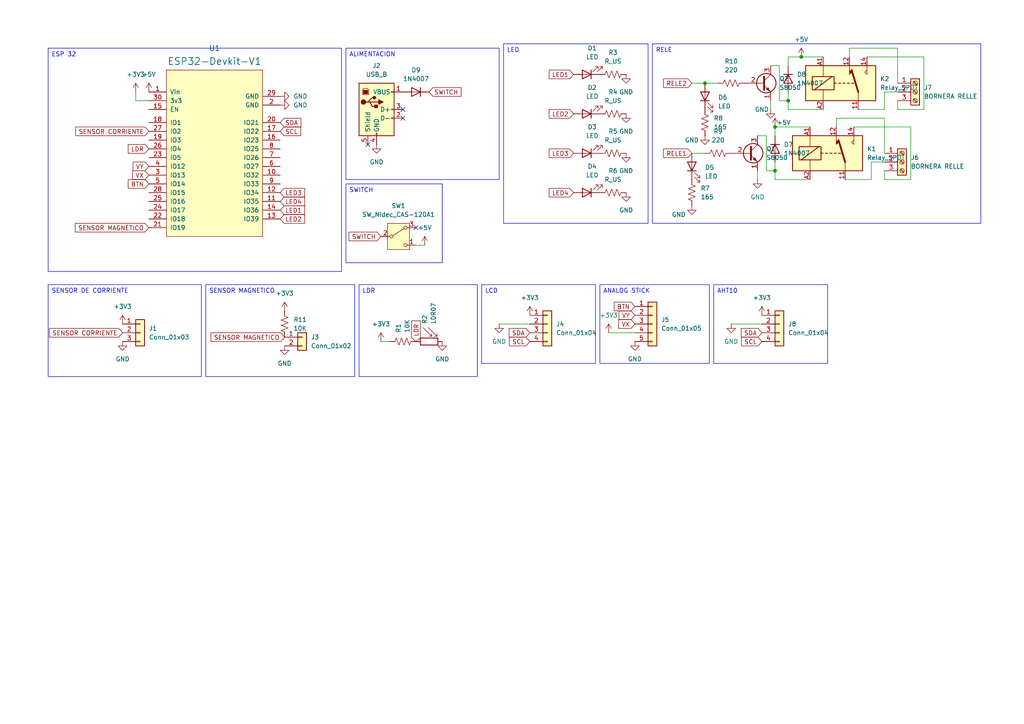
<source format=kicad_sch>
(kicad_sch (version 20231120) (generator "eeschema") (generator_version "8.0")
  (paper "A4")
  (lib_symbols
    (symbol "Connector:Screw_Terminal_01x03" (pin_names (offset 1.016) hide)
      (property "Reference" "J" (at 0 5.08 0))
      (property "Value" "Screw_Terminal_01x03" (at 0 -5.08 0))
      (symbol "Screw_Terminal_01x03_1_1"
        (rectangle (start -1.27 3.81) (end 1.27 -3.81) (stroke (width 0.254)) (fill (type background)))
        (circle (center 0 -2.54) (radius 0.635) (stroke (width 0.1524)))
        (polyline (pts (xy -0.5334 -2.2098) (xy 0.3302 -3.048)) (stroke (width 0.1524)))
        (polyline (pts (xy -0.5334 0.3302) (xy 0.3302 -0.508)) (stroke (width 0.1524)))
        (polyline (pts (xy -0.5334 2.8702) (xy 0.3302 2.032)) (stroke (width 0.1524)))
        (polyline (pts (xy -0.3556 -2.032) (xy 0.508 -2.8702)) (stroke (width 0.1524)))
        (polyline (pts (xy -0.3556 0.508) (xy 0.508 -0.3302)) (stroke (width 0.1524)))
        (polyline (pts (xy -0.3556 3.048) (xy 0.508 2.2098)) (stroke (width 0.1524)))
        (circle (center 0 0) (radius 0.635) (stroke (width 0.1524)))
        (circle (center 0 2.54) (radius 0.635) (stroke (width 0.1524)))
        (pin passive line (at -5.08 2.54 0) (length 3.81) (name "Pin_1") (number "1"))
        (pin passive line (at -5.08 0 0) (length 3.81) (name "Pin_2") (number "2"))
        (pin passive line (at -5.08 -2.54 0) (length 3.81) (name "Pin_3") (number "3"))
      )
    )
    (symbol "Connector:USB_B" (pin_names (offset 1.016))
      (property "Reference" "J" (at -5.08 11.43 0))
      (property "Value" "USB_B" (at -5.08 8.89 0))
      (symbol "USB_B_0_1"
        (rectangle (start -5.08 -7.62) (end 5.08 7.62) (stroke (width 0.254)) (fill (type background)))
        (circle (center -3.81 2.159) (radius 0.635) (stroke (width 0.254)) (fill (type outline)))
        (rectangle (start -3.81 5.588) (end -2.54 4.572) (fill (type outline)))
        (circle (center -0.635 3.429) (radius 0.381) (stroke (width 0.254)) (fill (type outline)))
        (rectangle (start -0.127 -7.62) (end 0.127 -6.858))
        (polyline (pts (xy -1.905 2.159) (xy 0.635 2.159)) (stroke (width 0.254)))
        (polyline (pts (xy -3.175 2.159) (xy -2.54 2.159) (xy -1.27 3.429) (xy -0.635 3.429)) (stroke (width 0.254)))
        (polyline (pts (xy -2.54 2.159) (xy -1.905 2.159) (xy -1.27 0.889) (xy 0 0.889)) (stroke (width 0.254)))
        (polyline (pts (xy 0.635 2.794) (xy 0.635 1.524) (xy 1.905 2.159) (xy 0.635 2.794)) (stroke (width 0.254)) (fill (type outline)))
        (polyline (pts (xy -4.064 4.318) (xy -2.286 4.318) (xy -2.286 5.715) (xy -2.667 6.096) (xy -3.683 6.096) (xy -4.064 5.715) (xy -4.064 4.318)))
        (rectangle (start 0.254 1.27) (end -0.508 0.508) (stroke (width 0.254)) (fill (type outline)))
        (rectangle (start 5.08 -2.667) (end 4.318 -2.413))
        (rectangle (start 5.08 -0.127) (end 4.318 0.127))
        (rectangle (start 5.08 4.953) (end 4.318 5.207))
      )
      (symbol "USB_B_1_1"
        (pin power_out line (at 7.62 5.08 180) (length 2.54) (name "VBUS") (number "1"))
        (pin bidirectional line (at 7.62 -2.54 180) (length 2.54) (name "D-") (number "2"))
        (pin bidirectional line (at 7.62 0 180) (length 2.54) (name "D+") (number "3"))
        (pin power_out line (at 0 -10.16 90) (length 2.54) (name "GND") (number "4"))
        (pin passive line (at -2.54 -10.16 90) (length 2.54) (name "Shield") (number "5"))
      )
    )
    (symbol "Connector_Generic:Conn_01x02" (pin_names (offset 1.016) hide)
      (property "Reference" "J" (at 0 2.54 0))
      (property "Value" "Conn_01x02" (at 0 -5.08 0))
      (symbol "Conn_01x02_1_1"
        (rectangle (start -1.27 -2.413) (end 0 -2.667) (stroke (width 0.1524)))
        (rectangle (start -1.27 0.127) (end 0 -0.127) (stroke (width 0.1524)))
        (rectangle (start -1.27 1.27) (end 1.27 -3.81) (stroke (width 0.254)) (fill (type background)))
        (pin passive line (at -5.08 0 0) (length 3.81) (name "Pin_1") (number "1"))
        (pin passive line (at -5.08 -2.54 0) (length 3.81) (name "Pin_2") (number "2"))
      )
    )
    (symbol "Connector_Generic:Conn_01x03" (pin_names (offset 1.016) hide)
      (property "Reference" "J" (at 0 5.08 0))
      (property "Value" "Conn_01x03" (at 0 -5.08 0))
      (symbol "Conn_01x03_1_1"
        (rectangle (start -1.27 -2.413) (end 0 -2.667) (stroke (width 0.1524)))
        (rectangle (start -1.27 0.127) (end 0 -0.127) (stroke (width 0.1524)))
        (rectangle (start -1.27 2.667) (end 0 2.413) (stroke (width 0.1524)))
        (rectangle (start -1.27 3.81) (end 1.27 -3.81) (stroke (width 0.254)) (fill (type background)))
        (pin passive line (at -5.08 2.54 0) (length 3.81) (name "Pin_1") (number "1"))
        (pin passive line (at -5.08 0 0) (length 3.81) (name "Pin_2") (number "2"))
        (pin passive line (at -5.08 -2.54 0) (length 3.81) (name "Pin_3") (number "3"))
      )
    )
    (symbol "Connector_Generic:Conn_01x04" (pin_names (offset 1.016) hide)
      (property "Reference" "J" (at 0 5.08 0))
      (property "Value" "Conn_01x04" (at 0 -7.62 0))
      (symbol "Conn_01x04_1_1"
        (rectangle (start -1.27 -4.953) (end 0 -5.207) (stroke (width 0.1524)))
        (rectangle (start -1.27 -2.413) (end 0 -2.667) (stroke (width 0.1524)))
        (rectangle (start -1.27 0.127) (end 0 -0.127) (stroke (width 0.1524)))
        (rectangle (start -1.27 2.667) (end 0 2.413) (stroke (width 0.1524)))
        (rectangle (start -1.27 3.81) (end 1.27 -6.35) (stroke (width 0.254)) (fill (type background)))
        (pin passive line (at -5.08 2.54 0) (length 3.81) (name "Pin_1") (number "1"))
        (pin passive line (at -5.08 0 0) (length 3.81) (name "Pin_2") (number "2"))
        (pin passive line (at -5.08 -2.54 0) (length 3.81) (name "Pin_3") (number "3"))
        (pin passive line (at -5.08 -5.08 0) (length 3.81) (name "Pin_4") (number "4"))
      )
    )
    (symbol "Connector_Generic:Conn_01x05" (pin_names (offset 1.016) hide)
      (property "Reference" "J" (at 0 7.62 0))
      (property "Value" "Conn_01x05" (at 0 -7.62 0))
      (symbol "Conn_01x05_1_1"
        (rectangle (start -1.27 -4.953) (end 0 -5.207) (stroke (width 0.1524)))
        (rectangle (start -1.27 -2.413) (end 0 -2.667) (stroke (width 0.1524)))
        (rectangle (start -1.27 0.127) (end 0 -0.127) (stroke (width 0.1524)))
        (rectangle (start -1.27 2.667) (end 0 2.413) (stroke (width 0.1524)))
        (rectangle (start -1.27 5.207) (end 0 4.953) (stroke (width 0.1524)))
        (rectangle (start -1.27 6.35) (end 1.27 -6.35) (stroke (width 0.254)) (fill (type background)))
        (pin passive line (at -5.08 5.08 0) (length 3.81) (name "Pin_1") (number "1"))
        (pin passive line (at -5.08 2.54 0) (length 3.81) (name "Pin_2") (number "2"))
        (pin passive line (at -5.08 0 0) (length 3.81) (name "Pin_3") (number "3"))
        (pin passive line (at -5.08 -2.54 0) (length 3.81) (name "Pin_4") (number "4"))
        (pin passive line (at -5.08 -5.08 0) (length 3.81) (name "Pin_5") (number "5"))
      )
    )
    (symbol "Device:LED" (pin_numbers hide) (pin_names (offset 1.016) hide)
      (property "Reference" "D" (at 0 2.54 0))
      (property "Value" "LED" (at 0 -2.54 0))
      (symbol "LED_0_1"
        (polyline (pts (xy -1.27 -1.27) (xy -1.27 1.27)) (stroke (width 0.254)))
        (polyline (pts (xy -1.27 0) (xy 1.27 0)))
        (polyline (pts (xy 1.27 -1.27) (xy 1.27 1.27) (xy -1.27 0) (xy 1.27 -1.27)) (stroke (width 0.254)))
        (polyline (pts (xy -3.048 -0.762) (xy -4.572 -2.286) (xy -3.81 -2.286) (xy -4.572 -2.286) (xy -4.572 -1.524)))
        (polyline (pts (xy -1.778 -0.762) (xy -3.302 -2.286) (xy -2.54 -2.286) (xy -3.302 -2.286) (xy -3.302 -1.524)))
      )
      (symbol "LED_1_1"
        (pin passive line (at -3.81 0 0) (length 2.54) (name "K") (number "1"))
        (pin passive line (at 3.81 0 180) (length 2.54) (name "A") (number "2"))
      )
    )
    (symbol "Device:R_US" (pin_numbers hide) (pin_names (offset 0))
      (property "Reference" "R" (at 2.54 0 90))
      (property "Value" "R_US" (at -2.54 0 90))
      (symbol "R_US_0_1"
        (polyline (pts (xy 0 -2.286) (xy 0 -2.54)))
        (polyline (pts (xy 0 2.286) (xy 0 2.54)))
        (polyline (pts (xy 0 -0.762) (xy 1.016 -1.143) (xy 0 -1.524) (xy -1.016 -1.905) (xy 0 -2.286)))
        (polyline (pts (xy 0 0.762) (xy 1.016 0.381) (xy 0 0) (xy -1.016 -0.381) (xy 0 -0.762)))
        (polyline (pts (xy 0 2.286) (xy 1.016 1.905) (xy 0 1.524) (xy -1.016 1.143) (xy 0 0.762)))
      )
      (symbol "R_US_1_1"
        (pin passive line (at 0 3.81 270) (length 1.27) (name "~") (number "1"))
        (pin passive line (at 0 -3.81 90) (length 1.27) (name "~") (number "2"))
      )
    )
    (symbol "Diode:1N4007" (pin_numbers hide) (pin_names hide)
      (property "Reference" "D" (at 0 2.54 0))
      (property "Value" "1N4007" (at 0 -2.54 0))
      (symbol "1N4007_0_1"
        (polyline (pts (xy -1.27 1.27) (xy -1.27 -1.27)) (stroke (width 0.254)))
        (polyline (pts (xy 1.27 0) (xy -1.27 0)))
        (polyline (pts (xy 1.27 1.27) (xy 1.27 -1.27) (xy -1.27 0) (xy 1.27 1.27)) (stroke (width 0.254)))
      )
      (symbol "1N4007_1_1"
        (pin passive line (at -3.81 0 0) (length 2.54) (name "K") (number "1"))
        (pin passive line (at 3.81 0 180) (length 2.54) (name "A") (number "2"))
      )
    )
    (symbol "Relay:Relay_SPDT"
      (property "Reference" "K" (at 11.43 3.81 0))
      (property "Value" "Relay_SPDT" (at 11.43 1.27 0))
      (symbol "Relay_SPDT_0_0"
        (polyline (pts (xy 7.62 5.08) (xy 7.62 2.54) (xy 6.985 3.175) (xy 7.62 3.81)))
      )
      (symbol "Relay_SPDT_0_1"
        (rectangle (start -10.16 5.08) (end 10.16 -5.08) (stroke (width 0.254)) (fill (type background)))
        (rectangle (start -8.255 1.905) (end -1.905 -1.905) (stroke (width 0.254)))
        (polyline (pts (xy -7.62 -1.905) (xy -2.54 1.905)) (stroke (width 0.254)))
        (polyline (pts (xy -5.08 -5.08) (xy -5.08 -1.905)))
        (polyline (pts (xy -5.08 5.08) (xy -5.08 1.905)))
        (polyline (pts (xy -1.905 0) (xy -1.27 0)) (stroke (width 0.254)))
        (polyline (pts (xy -0.635 0) (xy 0 0)) (stroke (width 0.254)))
        (polyline (pts (xy 0.635 0) (xy 1.27 0)) (stroke (width 0.254)))
        (polyline (pts (xy 1.905 0) (xy 2.54 0)) (stroke (width 0.254)))
        (polyline (pts (xy 3.175 0) (xy 3.81 0)) (stroke (width 0.254)))
        (polyline (pts (xy 5.08 -2.54) (xy 3.175 3.81)) (stroke (width 0.508)))
        (polyline (pts (xy 5.08 -2.54) (xy 5.08 -5.08)))
        (polyline (pts (xy 2.54 5.08) (xy 2.54 2.54) (xy 3.175 3.175) (xy 2.54 3.81)) (fill (type outline)))
      )
      (symbol "Relay_SPDT_1_1"
        (pin passive line (at 5.08 -7.62 90) (length 2.54) (name "~") (number "11"))
        (pin passive line (at 2.54 7.62 270) (length 2.54) (name "~") (number "12"))
        (pin passive line (at 7.62 7.62 270) (length 2.54) (name "~") (number "14"))
        (pin passive line (at -5.08 7.62 270) (length 2.54) (name "~") (number "A1"))
        (pin passive line (at -5.08 -7.62 90) (length 2.54) (name "~") (number "A2"))
      )
    )
    (symbol "Sensor_Optical:LDR07" (pin_numbers hide) (pin_names (offset 0))
      (property "Reference" "R" (at -5.08 0 90))
      (property "Value" "LDR07" (at 1.905 0 90))
      (symbol "LDR07_0_1"
        (rectangle (start -1.016 2.54) (end 1.016 -2.54) (stroke (width 0.254)))
        (polyline (pts (xy -1.524 -2.286) (xy -4.064 0.254)))
        (polyline (pts (xy -1.524 -2.286) (xy -2.286 -2.286)))
        (polyline (pts (xy -1.524 -2.286) (xy -1.524 -1.524)))
        (polyline (pts (xy -1.524 -0.762) (xy -4.064 1.778)))
        (polyline (pts (xy -1.524 -0.762) (xy -2.286 -0.762)))
        (polyline (pts (xy -1.524 -0.762) (xy -1.524 0)))
      )
      (symbol "LDR07_1_1"
        (pin passive line (at 0 3.81 270) (length 1.27) (name "~") (number "1"))
        (pin passive line (at 0 -3.81 90) (length 1.27) (name "~") (number "2"))
      )
    )
    (symbol "Switch:SW_Nidec_CAS-120A1" (pin_names (offset 1) hide)
      (property "Reference" "SW" (at 0 4.318 0))
      (property "Value" "SW_Nidec_CAS-120A1" (at 0 -5.08 0))
      (symbol "SW_Nidec_CAS-120A1_0_1"
        (circle (center -2.032 0) (radius 0.4572))
        (polyline (pts (xy -1.651 0.254) (xy 1.651 2.286)))
        (circle (center 2.032 -2.54) (radius 0.4572))
        (circle (center 2.032 2.54) (radius 0.4572))
      )
      (symbol "SW_Nidec_CAS-120A1_1_1"
        (rectangle (start -3.175 3.81) (end 3.175 -3.81) (fill (type background)))
        (pin passive line (at 5.08 -2.54 180) (length 2.54) (name "C") (number "1"))
        (pin passive line (at -5.08 0 0) (length 2.54) (name "B") (number "2"))
        (pin passive line (at 5.08 2.54 180) (length 2.54) (name "A") (number "3"))
      )
    )
    (symbol "Transistor_BJT:S8050" (pin_names (offset 0) hide)
      (property "Reference" "Q" (at 5.08 1.905 0))
      (property "Value" "S8050" (at 5.08 0 0))
      (symbol "S8050_0_1"
        (polyline (pts (xy 0 0) (xy 0.635 0)))
        (polyline (pts (xy 0.635 0.635) (xy 2.54 2.54)))
        (polyline (pts (xy 0.635 -0.635) (xy 2.54 -2.54) (xy 2.54 -2.54)))
        (polyline (pts (xy 0.635 1.905) (xy 0.635 -1.905) (xy 0.635 -1.905)) (stroke (width 0.508)))
        (polyline (pts (xy 1.27 -1.778) (xy 1.778 -1.27) (xy 2.286 -2.286) (xy 1.27 -1.778) (xy 1.27 -1.778)) (fill (type outline)))
        (circle (center 1.27 0) (radius 2.8194) (stroke (width 0.254)))
      )
      (symbol "S8050_1_1"
        (pin passive line (at 2.54 -5.08 90) (length 2.54) (name "E") (number "1"))
        (pin input line (at -5.08 0 0) (length 5.08) (name "B") (number "2"))
        (pin passive line (at 2.54 5.08 270) (length 2.54) (name "C") (number "3"))
      )
    )
    (symbol "esp32-devkit-v1:ESP32-Devkit-V1" (pin_names (offset 1.016))
      (property "Reference" "U" (at 13.97 -21.59 0))
      (property "Value" "ESP32-Devkit-V1" (at 13.97 -2.54 0))
      (symbol "ESP32-Devkit-V1_0_1"
        (rectangle (start 0 0) (end 27.94 -48.26) (fill (type background)))
      )
      (symbol "ESP32-Devkit-V1_1_1"
        (pin power_in line (at -5.08 -6.35 0) (length 5.08) (name "Vin") (number "1"))
        (pin bidirectional line (at 33.02 -30.48 180) (length 5.08) (name "IO32") (number "10"))
        (pin bidirectional line (at 33.02 -38.1 180) (length 5.08) (name "IO35") (number "11"))
        (pin bidirectional line (at 33.02 -35.56 180) (length 5.08) (name "IO34") (number "12"))
        (pin bidirectional line (at 33.02 -43.18 180) (length 5.08) (name "IO39") (number "13"))
        (pin bidirectional line (at 33.02 -40.64 180) (length 5.08) (name "IO36") (number "14"))
        (pin input line (at -5.08 -11.43 0) (length 5.08) (name "EN") (number "15"))
        (pin bidirectional line (at 33.02 -20.32 180) (length 5.08) (name "IO23") (number "16"))
        (pin bidirectional line (at 33.02 -17.78 180) (length 5.08) (name "IO22") (number "17"))
        (pin bidirectional line (at -5.08 -15.24 0) (length 5.08) (name "IO1") (number "18"))
        (pin bidirectional line (at -5.08 -20.32 0) (length 5.08) (name "IO3") (number "19"))
        (pin power_out line (at 33.02 -10.16 180) (length 5.08) (name "GND") (number "2"))
        (pin bidirectional line (at 33.02 -15.24 180) (length 5.08) (name "IO21") (number "20"))
        (pin bidirectional line (at -5.08 -45.72 0) (length 5.08) (name "IO19") (number "21"))
        (pin bidirectional line (at -5.08 -43.18 0) (length 5.08) (name "IO18") (number "22"))
        (pin bidirectional line (at -5.08 -25.4 0) (length 5.08) (name "IO5") (number "23"))
        (pin bidirectional line (at -5.08 -40.64 0) (length 5.08) (name "IO17") (number "24"))
        (pin bidirectional line (at -5.08 -38.1 0) (length 5.08) (name "IO16") (number "25"))
        (pin bidirectional line (at -5.08 -22.86 0) (length 5.08) (name "IO4") (number "26"))
        (pin bidirectional line (at -5.08 -17.78 0) (length 5.08) (name "IO2") (number "27"))
        (pin bidirectional line (at -5.08 -35.56 0) (length 5.08) (name "IO15") (number "28"))
        (pin power_out line (at 33.02 -7.62 180) (length 5.08) (name "GND") (number "29"))
        (pin bidirectional line (at -5.08 -30.48 0) (length 5.08) (name "IO13") (number "3"))
        (pin power_out line (at -5.08 -8.89 0) (length 5.08) (name "3v3") (number "30"))
        (pin bidirectional line (at -5.08 -27.94 0) (length 5.08) (name "IO12") (number "4"))
        (pin bidirectional line (at -5.08 -33.02 0) (length 5.08) (name "IO14") (number "5"))
        (pin bidirectional line (at 33.02 -27.94 180) (length 5.08) (name "IO27") (number "6"))
        (pin bidirectional line (at 33.02 -25.4 180) (length 5.08) (name "IO26") (number "7"))
        (pin bidirectional line (at 33.02 -22.86 180) (length 5.08) (name "IO25") (number "8"))
        (pin bidirectional line (at 33.02 -33.02 180) (length 5.08) (name "IO33") (number "9"))
      )
    )
    (symbol "power:+3V3" (power) (pin_numbers hide) (pin_names (offset 0) hide)
      (property "Value" "+3V3" (at 0 3.556 0))
      (symbol "+3V3_0_1"
        (polyline (pts (xy -0.762 1.27) (xy 0 2.54)))
        (polyline (pts (xy 0 0) (xy 0 2.54)))
        (polyline (pts (xy 0 2.54) (xy 0.762 1.27)))
      )
      (symbol "+3V3_1_1"
        (pin power_in line (at 0 0 90) (length 0) (name "~") (number "1"))
      )
    )
    (symbol "power:+5V" (power) (pin_numbers hide) (pin_names (offset 0) hide)
      (property "Value" "+5V" (at 0 3.556 0))
      (symbol "+5V_0_1"
        (polyline (pts (xy -0.762 1.27) (xy 0 2.54)))
        (polyline (pts (xy 0 0) (xy 0 2.54)))
        (polyline (pts (xy 0 2.54) (xy 0.762 1.27)))
      )
      (symbol "+5V_1_1"
        (pin power_in line (at 0 0 90) (length 0) (name "~") (number "1"))
      )
    )
    (symbol "power:GND" (power) (pin_numbers hide) (pin_names (offset 0) hide)
      (property "Value" "GND" (at 0 -3.81 0))
      (symbol "GND_0_1"
        (polyline (pts (xy 0 0) (xy 0 -1.27) (xy 1.27 -1.27) (xy 0 -2.54) (xy -1.27 -1.27) (xy 0 -1.27)))
      )
      (symbol "GND_1_1"
        (pin power_in line (at 0 0 270) (length 0) (name "~") (number "1"))
      )
    )
    (symbol "power:VCC" (power) (pin_numbers hide) (pin_names (offset 0) hide)
      (property "Value" "VCC" (at 0 3.556 0))
      (symbol "VCC_0_1"
        (polyline (pts (xy -0.762 1.27) (xy 0 2.54)))
        (polyline (pts (xy 0 0) (xy 0 2.54)))
        (polyline (pts (xy 0 2.54) (xy 0.762 1.27)))
      )
      (symbol "VCC_1_1"
        (pin power_in line (at 0 0 90) (length 0) (name "~") (number "1"))
      )
    )
  )
  (junction (at 204.47 24.13))
  (junction (at 232.41 16.51))
  (junction (at 224.79 36.83))
  (junction (at 224.79 49.53))
  (junction (at 228.6 29.21))
  (no_connect (at 106.68 41.91))
  (no_connect (at 120.65 66.04))
  (no_connect (at 116.84 31.75))
  (no_connect (at 116.84 34.29))
  (wire (pts (xy 176.53 96.52) (xy 184.15 96.52)))
  (wire (pts (xy 242.57 34.29) (xy 242.57 36.83)))
  (wire (pts (xy 256.54 52.07) (xy 264.16 52.07)))
  (wire (pts (xy 256.54 31.75) (xy 256.54 26.67)))
  (wire (pts (xy 223.52 31.75) (xy 223.52 29.21)))
  (wire (pts (xy 252.73 52.07) (xy 252.73 46.99)))
  (wire (pts (xy 260.35 31.75) (xy 260.35 29.21)))
  (wire (pts (xy 222.25 49.53) (xy 224.79 49.53)))
  (wire (pts (xy 248.92 31.75) (xy 256.54 31.75)))
  (wire (pts (xy 228.6 26.67) (xy 228.6 29.21)))
  (wire (pts (xy 219.71 39.37) (xy 222.25 39.37)))
  (wire (pts (xy 219.71 52.07) (xy 219.71 49.53)))
  (wire (pts (xy 267.97 16.51) (xy 251.46 16.51)))
  (wire (pts (xy 260.35 13.97) (xy 246.38 13.97)))
  (wire (pts (xy 224.79 46.99) (xy 224.79 49.53)))
  (wire (pts (xy 110.49 99.06) (xy 113.03 99.06)))
  (wire (pts (xy 256.54 34.29) (xy 256.54 44.45)))
  (wire (pts (xy 260.35 13.97) (xy 260.35 24.13)))
  (wire (pts (xy 204.47 24.13) (xy 208.28 24.13)))
  (wire (pts (xy 226.06 29.21) (xy 228.6 29.21)))
  (wire (pts (xy 200.66 44.45) (xy 204.47 44.45)))
  (wire (pts (xy 224.79 52.07) (xy 234.95 52.07)))
  (wire (pts (xy 144.78 93.98) (xy 153.67 93.98)))
  (wire (pts (xy 228.6 31.75) (xy 238.76 31.75)))
  (wire (pts (xy 204.47 24.13) (xy 200.66 24.13)))
  (wire (pts (xy 212.09 93.98) (xy 220.98 93.98)))
  (wire (pts (xy 245.11 52.07) (xy 252.73 52.07)))
  (wire (pts (xy 228.6 16.51) (xy 232.41 16.51)))
  (wire (pts (xy 39.37 29.21) (xy 39.37 26.67)))
  (wire (pts (xy 228.6 16.51) (xy 228.6 19.05)))
  (wire (pts (xy 264.16 52.07) (xy 264.16 36.83)))
  (wire (pts (xy 246.38 13.97) (xy 246.38 16.51)))
  (wire (pts (xy 224.79 36.83) (xy 224.79 39.37)))
  (wire (pts (xy 256.54 26.67) (xy 260.35 26.67)))
  (wire (pts (xy 256.54 52.07) (xy 256.54 49.53)))
  (wire (pts (xy 226.06 19.05) (xy 226.06 29.21)))
  (wire (pts (xy 228.6 29.21) (xy 228.6 31.75)))
  (wire (pts (xy 39.37 29.21) (xy 43.18 29.21)))
  (wire (pts (xy 123.19 71.12) (xy 120.65 71.12)))
  (wire (pts (xy 222.25 39.37) (xy 222.25 49.53)))
  (wire (pts (xy 260.35 31.75) (xy 267.97 31.75)))
  (wire (pts (xy 256.54 34.29) (xy 242.57 34.29)))
  (wire (pts (xy 264.16 36.83) (xy 247.65 36.83)))
  (wire (pts (xy 224.79 49.53) (xy 224.79 52.07)))
  (wire (pts (xy 223.52 19.05) (xy 226.06 19.05)))
  (wire (pts (xy 267.97 31.75) (xy 267.97 16.51)))
  (wire (pts (xy 234.95 36.83) (xy 224.79 36.83)))
  (wire (pts (xy 232.41 16.51) (xy 238.76 16.51)))
  (wire (pts (xy 252.73 46.99) (xy 256.54 46.99)))
  (text_box "SWITCH" (at 100.33 53.34 0) (size 27.94 22.86) (effects (font (size 1.27 1.27)) (justify left top)))
  (text_box "ESP 32\n" (at 13.97 13.97 0) (size 85.09 64.77) (effects (font (size 1.27 1.27)) (justify left top)))
  (text_box "ALIMENTACION" (at 100.33 13.97 0) (size 44.45 38.1) (effects (font (size 1.27 1.27)) (justify left top)))
  (text_box "LED" (at 146.05 12.7 0) (size 41.91 52.07) (effects (font (size 1.27 1.27)) (justify left top)))
  (text_box "SENSOR MAGNETICO" (at 59.69 82.55 0) (size 43.18 26.67) (effects (font (size 1.27 1.27)) (justify left top)))
  (text_box "SENSOR DE CORRIENTE" (at 13.97 82.55 0) (size 44.45 26.67) (effects (font (size 1.27 1.27)) (justify left top)))
  (text_box "LDR" (at 104.14 82.55 0) (size 34.29 26.67) (effects (font (size 1.27 1.27)) (justify left top)))
  (text_box "RELE" (at 189.23 12.7 0) (size 95.25 52.07) (effects (font (size 1.27 1.27)) (justify left top)))
  (text_box "AHT10" (at 207.01 82.55 0) (size 33.02 22.86) (effects (font (size 1.27 1.27)) (justify left top)))
  (text_box "ANALOG STICK\n" (at 173.99 82.55 0) (size 31.75 22.86) (effects (font (size 1.27 1.27)) (justify left top)))
  (text_box "LCD" (at 139.7 82.55 0) (size 33.02 22.86) (effects (font (size 1.27 1.27)) (justify left top)))
  (global_label "LED2" (shape input) (at 166.37 33.02 180) (property "Intersheetrefs" "${INTERSHEET_REFS}" (effects (hide yes))))
  (global_label "SENSOR MAGNETICO" (shape input) (at 82.55 97.79 180) (property "Intersheetrefs" "${INTERSHEET_REFS}" (effects (hide yes))))
  (global_label "SENSOR CORRIENTE" (shape input) (at 43.18 38.1 180) (property "Intersheetrefs" "${INTERSHEET_REFS}" (effects (hide yes))))
  (global_label "VY" (shape input) (at 43.18 48.26 180) (property "Intersheetrefs" "${INTERSHEET_REFS}" (effects (hide yes))))
  (global_label "LED3" (shape input) (at 166.37 44.45 180) (property "Intersheetrefs" "${INTERSHEET_REFS}" (effects (hide yes))))
  (global_label "SDA" (shape input) (at 153.67 96.52 180) (property "Intersheetrefs" "${INTERSHEET_REFS}" (effects (hide yes))))
  (global_label "SCL" (shape input) (at 220.98 99.06 180) (property "Intersheetrefs" "${INTERSHEET_REFS}" (effects (hide yes))))
  (global_label "SENSOR MAGNETICO" (shape input) (at 43.18 66.04 180) (property "Intersheetrefs" "${INTERSHEET_REFS}" (effects (hide yes))))
  (global_label "BTN" (shape input) (at 43.18 53.34 180) (property "Intersheetrefs" "${INTERSHEET_REFS}" (effects (hide yes))))
  (global_label "RELE1" (shape input) (at 200.66 44.45 180) (property "Intersheetrefs" "${INTERSHEET_REFS}" (effects (hide yes))))
  (global_label "VX" (shape input) (at 184.15 93.98 180) (property "Intersheetrefs" "${INTERSHEET_REFS}" (effects (hide yes))))
  (global_label "VY" (shape input) (at 184.15 91.44 180) (property "Intersheetrefs" "${INTERSHEET_REFS}" (effects (hide yes))))
  (global_label "LED4" (shape input) (at 166.37 55.88 180) (property "Intersheetrefs" "${INTERSHEET_REFS}" (effects (hide yes))))
  (global_label "LED4" (shape input) (at 81.28 58.42 0) (property "Intersheetrefs" "${INTERSHEET_REFS}" (effects (hide yes))))
  (global_label "BTN" (shape input) (at 184.15 88.9 180) (property "Intersheetrefs" "${INTERSHEET_REFS}" (effects (hide yes))))
  (global_label "SWITCH" (shape input) (at 110.49 68.58 180) (property "Intersheetrefs" "${INTERSHEET_REFS}" (effects (hide yes))))
  (global_label "SDA" (shape input) (at 220.98 96.52 180) (property "Intersheetrefs" "${INTERSHEET_REFS}" (effects (hide yes))))
  (global_label "SWITCH" (shape input) (at 124.46 26.67 0) (property "Intersheetrefs" "${INTERSHEET_REFS}" (effects (hide yes))))
  (global_label "VX" (shape input) (at 43.18 50.8 180) (property "Intersheetrefs" "${INTERSHEET_REFS}" (effects (hide yes))))
  (global_label "RELE2" (shape input) (at 200.66 24.13 180) (property "Intersheetrefs" "${INTERSHEET_REFS}" (effects (hide yes))))
  (global_label "SCL" (shape input) (at 153.67 99.06 180) (property "Intersheetrefs" "${INTERSHEET_REFS}" (effects (hide yes))))
  (global_label "LDR" (shape input) (at 43.18 43.18 180) (property "Intersheetrefs" "${INTERSHEET_REFS}" (effects (hide yes))))
  (global_label "LED2" (shape input) (at 81.28 63.5 0) (property "Intersheetrefs" "${INTERSHEET_REFS}" (effects (hide yes))))
  (global_label "LDR" (shape input) (at 120.65 99.06 90) (property "Intersheetrefs" "${INTERSHEET_REFS}" (effects (hide yes))))
  (global_label "SDA" (shape input) (at 81.28 35.56 0) (property "Intersheetrefs" "${INTERSHEET_REFS}" (effects (hide yes))))
  (global_label "LED3" (shape input) (at 81.28 55.88 0) (property "Intersheetrefs" "${INTERSHEET_REFS}" (effects (hide yes))))
  (global_label "LED1" (shape input) (at 81.28 60.96 0) (property "Intersheetrefs" "${INTERSHEET_REFS}" (effects (hide yes))))
  (global_label "LED1" (shape input) (at 166.37 21.59 180) (property "Intersheetrefs" "${INTERSHEET_REFS}" (effects (hide yes))))
  (global_label "SENSOR CORRIENTE" (shape input) (at 35.56 96.52 180) (property "Intersheetrefs" "${INTERSHEET_REFS}" (effects (hide yes))))
  (global_label "SCL" (shape input) (at 81.28 38.1 0) (property "Intersheetrefs" "${INTERSHEET_REFS}" (effects (hide yes))))
  (symbol (lib_id "power:+5V") (at 232.41 16.51 0) (unit 1)
    (property "Reference" "#PWR011" (effects (hide yes)))
    (property "Value" "+5V" (at 232.41 11.43 0))
    (property "Description" "Power symbol creates a global label with name \"+5V\"" (effects (hide yes)))
  )
  (symbol (lib_id "power:GND") (at 35.56 99.06 0) (unit 1)
    (property "Reference" "#PWR015" (effects (hide yes)))
    (property "Value" "GND" (at 35.56 104.14 0))
    (property "Description" "Power symbol creates a global label with name \"GND\" , ground" (effects (hide yes)))
  )
  (symbol (lib_id "power:GND") (at 144.78 93.98 0) (unit 1)
    (property "Reference" "#PWR021" (effects (hide yes)))
    (property "Value" "GND" (at 144.78 99.06 0))
    (property "Description" "Power symbol creates a global label with name \"GND\" , ground" (effects (hide yes)))
  )
  (symbol (lib_id "power:GND") (at 223.52 31.75 0) (unit 1)
    (property "Reference" "#PWR09" (effects (hide yes)))
    (property "Value" "GND" (at 220.98 31.75 0))
    (property "Description" "Power symbol creates a global label with name \"GND\" , ground" (effects (hide yes)))
  )
  (symbol (lib_id "power:GND") (at 181.61 55.88 0) (unit 1)
    (property "Reference" "#PWR014" (effects (hide yes)))
    (property "Value" "GND" (at 181.61 60.96 0))
    (property "Description" "Power symbol creates a global label with name \"GND\" , ground" (effects (hide yes)))
  )
  (symbol (lib_id "power:GND") (at 219.71 52.07 0) (unit 1)
    (property "Reference" "#PWR08" (effects (hide yes)))
    (property "Value" "GND" (at 219.71 57.15 0))
    (property "Description" "Power symbol creates a global label with name \"GND\" , ground" (effects (hide yes)))
  )
  (symbol (lib_id "power:GND") (at 109.22 41.91 0) (unit 1)
    (property "Reference" "#PWR03" (effects (hide yes)))
    (property "Value" "GND" (at 109.22 46.99 0))
    (property "Description" "Power symbol creates a global label with name \"GND\" , ground" (effects (hide yes)))
  )
  (symbol (lib_id "Device:R_US") (at 212.09 24.13 270) (unit 1)
    (property "Reference" "R10" (at 212.09 17.78 90))
    (property "Value" "220" (at 212.09 20.32 90))
    (property "Footprint" "Resistor_THT:R_Axial_DIN0207_L6.3mm_D2.5mm_P10.16mm_Horizontal" (effects (hide yes)))
    (property "Description" "Resistor, US symbol" (effects (hide yes)))
  )
  (symbol (lib_id "Device:R_US") (at 200.66 55.88 180) (unit 1)
    (property "Reference" "R7" (at 203.2 54.6099 0) (effects (justify right)))
    (property "Value" "165" (at 203.2 57.1499 0) (effects (justify right)))
    (property "Footprint" "Resistor_THT:R_Axial_DIN0207_L6.3mm_D2.5mm_P10.16mm_Horizontal" (effects (hide yes)))
    (property "Description" "Resistor, US symbol" (effects (hide yes)))
  )
  (symbol (lib_id "Device:R_US") (at 177.8 55.88 90) (unit 1)
    (property "Reference" "R6" (at 177.8 49.53 90))
    (property "Value" "R_US" (at 177.8 52.07 90))
    (property "Footprint" "Resistor_THT:R_Axial_DIN0207_L6.3mm_D2.5mm_P10.16mm_Horizontal" (effects (hide yes)))
    (property "Description" "Resistor, US symbol" (effects (hide yes)))
  )
  (symbol (lib_id "Sensor_Optical:LDR07") (at 124.46 99.06 90) (mirror x) (unit 1)
    (property "Reference" "R2" (at 123.1899 93.98 0) (effects (justify right)))
    (property "Value" "LDR07" (at 125.7299 93.98 0) (effects (justify right)))
    (property "Footprint" "Connector_Molex:Molex_KK-254_AE-6410-02A_1x02_P2.54mm_Vertical" (effects (hide yes)))
    (property "Datasheet" "http://www.tme.eu/de/Document/f2e3ad76a925811312d226c31da4cd7e/LDR07.pdf" (effects (hide yes)))
    (property "Description" "light dependent resistor" (effects (hide yes)))
  )
  (symbol (lib_id "Relay:Relay_SPDT") (at 243.84 24.13 0) (unit 1)
    (property "Reference" "K2" (at 255.27 22.8599 0) (effects (justify left)))
    (property "Value" "Relay_SPDT" (at 255.27 25.3999 0) (effects (justify left)))
    (property "Footprint" "Relay_THT:Relay_SPDT_Finder_36.11" (effects (hide yes)))
    (property "Description" "Monostable Relay SPDT, EN50005" (effects (hide yes)))
  )
  (symbol (lib_id "Device:R_US") (at 177.8 21.59 90) (unit 1)
    (property "Reference" "R3" (at 177.8 15.24 90))
    (property "Value" "R_US" (at 177.8 17.78 90))
    (property "Footprint" "Resistor_THT:R_Axial_DIN0207_L6.3mm_D2.5mm_P10.16mm_Horizontal" (effects (hide yes)))
    (property "Description" "Resistor, US symbol" (effects (hide yes)))
  )
  (symbol (lib_id "Device:LED") (at 200.66 48.26 90) (unit 1)
    (property "Reference" "D5" (at 204.47 48.5774 90) (effects (justify right)))
    (property "Value" "LED" (at 204.47 51.1174 90) (effects (justify right)))
    (property "Footprint" "LED_THT:LED_D5.0mm" (effects (hide yes)))
    (property "Description" "Light emitting diode" (effects (hide yes)))
  )
  (symbol (lib_id "Diode:1N4007") (at 224.79 43.18 270) (unit 1)
    (property "Reference" "D7" (at 227.33 41.9099 90) (effects (justify left)))
    (property "Value" "1N4007" (at 227.33 44.4499 90) (effects (justify left)))
    (property "Footprint" "Diode_THT:D_DO-41_SOD81_P10.16mm_Horizontal" (effects (hide yes)))
    (property "Datasheet" "http://www.vishay.com/docs/88503/1n4001.pdf" (effects (hide yes)))
    (property "Description" "1000V 1A General Purpose Rectifier Diode, DO-41" (effects (hide yes)))
    (property "Sim.Device" "D" (effects (hide yes)))
    (property "Sim.Pins" "1=K 2=A" (effects (hide yes)))
  )
  (symbol (lib_id "power:GND") (at 181.61 44.45 0) (unit 1)
    (property "Reference" "#PWR013" (effects (hide yes)))
    (property "Value" "GND" (at 181.61 49.53 0))
    (property "Description" "Power symbol creates a global label with name \"GND\" , ground" (effects (hide yes)))
  )
  (symbol (lib_id "Device:LED") (at 170.18 33.02 180) (unit 1)
    (property "Reference" "D2" (at 171.7675 25.4 0))
    (property "Value" "LED" (at 171.7675 27.94 0))
    (property "Footprint" "Connector_Molex:Molex_KK-254_AE-6410-02A_1x02_P2.54mm_Vertical" (effects (hide yes)))
    (property "Description" "Light emitting diode" (effects (hide yes)))
  )
  (symbol (lib_id "power:GND") (at 81.28 27.94 90) (unit 1)
    (property "Reference" "#PWR04" (effects (hide yes)))
    (property "Value" "GND" (at 85.09 27.9399 90) (effects (justify right)))
    (property "Description" "Power symbol creates a global label with name \"GND\" , ground" (effects (hide yes)))
  )
  (symbol (lib_id "power:GND") (at 82.55 100.33 0) (unit 1)
    (property "Reference" "#PWR017" (effects (hide yes)))
    (property "Value" "GND" (at 82.55 105.41 0))
    (property "Description" "Power symbol creates a global label with name \"GND\" , ground" (effects (hide yes)))
  )
  (symbol (lib_id "Device:LED") (at 204.47 27.94 90) (unit 1)
    (property "Reference" "D6" (at 208.28 28.2574 90) (effects (justify right)))
    (property "Value" "LED" (at 208.28 30.7974 90) (effects (justify right)))
    (property "Footprint" "LED_THT:LED_D5.0mm" (effects (hide yes)))
    (property "Description" "Light emitting diode" (effects (hide yes)))
  )
  (symbol (lib_id "Connector_Generic:Conn_01x04") (at 158.75 93.98 0) (unit 1)
    (property "Reference" "J4" (at 161.29 93.9799 0) (effects (justify left)))
    (property "Value" "Conn_01x04" (at 161.29 96.5199 0) (effects (justify left)))
    (property "Footprint" "Connector_Molex:Molex_KK-254_AE-6410-04A_1x04_P2.54mm_Vertical" (effects (hide yes)))
    (property "Description" "Generic connector, single row, 01x04, script generated (kicad-library-utils/schlib/autogen/connector/)" (effects (hide yes)))
  )
  (symbol (lib_id "Device:R_US") (at 208.28 44.45 270) (unit 1)
    (property "Reference" "R9" (at 208.28 38.1 90))
    (property "Value" "220" (at 208.28 40.64 90))
    (property "Footprint" "Resistor_THT:R_Axial_DIN0207_L6.3mm_D2.5mm_P10.16mm_Horizontal" (effects (hide yes)))
    (property "Description" "Resistor, US symbol" (effects (hide yes)))
  )
  (symbol (lib_id "power:GND") (at 204.47 39.37 0) (unit 1)
    (property "Reference" "#PWR07" (effects (hide yes)))
    (property "Value" "GND" (at 200.66 40.64 0))
    (property "Description" "Power symbol creates a global label with name \"GND\" , ground" (effects (hide yes)))
  )
  (symbol (lib_id "Transistor_BJT:S8050") (at 220.98 24.13 0) (unit 1)
    (property "Reference" "Q2" (at 226.06 22.8599 0) (effects (justify left)))
    (property "Value" "S8050" (at 226.06 25.3999 0) (effects (justify left)))
    (property "Footprint" "Package_TO_SOT_THT:TO-92_Inline" (effects (hide yes)))
    (property "Datasheet" "http://www.unisonic.com.tw/datasheet/S8050.pdf" (effects (hide yes)))
    (property "Description" "0.7A Ic, 20V Vce, Low Voltage High Current NPN Transistor, TO-92" (effects (hide yes)))
  )
  (symbol (lib_id "Connector:USB_B") (at 109.22 31.75 0) (unit 1)
    (property "Reference" "J2" (at 109.22 19.05 0))
    (property "Value" "USB_B" (at 109.22 21.59 0))
    (property "Footprint" "Connector_USB:USB_B_OST_USB-B1HSxx_Horizontal" (effects (hide yes)))
    (property "Datasheet" " ~" (effects (hide yes)))
    (property "Description" "USB Type B connector" (effects (hide yes)))
  )
  (symbol (lib_id "power:+3V3") (at 82.55 90.17 0) (unit 1)
    (property "Reference" "#PWR026" (effects (hide yes)))
    (property "Value" "+3V3" (at 82.55 85.09 0))
    (property "Description" "Power symbol creates a global label with name \"+3V3\"" (effects (hide yes)))
  )
  (symbol (lib_id "Diode:1N4007") (at 120.65 26.67 180) (unit 1)
    (property "Reference" "D9" (at 120.65 20.32 0))
    (property "Value" "1N4007" (at 120.65 22.86 0))
    (property "Footprint" "Diode_THT:D_DO-41_SOD81_P10.16mm_Horizontal" (effects (hide yes)))
    (property "Datasheet" "http://www.vishay.com/docs/88503/1n4001.pdf" (effects (hide yes)))
    (property "Description" "1000V 1A General Purpose Rectifier Diode, DO-41" (effects (hide yes)))
    (property "Sim.Device" "D" (effects (hide yes)))
    (property "Sim.Pins" "1=K 2=A" (effects (hide yes)))
  )
  (symbol (lib_id "power:GND") (at 128.27 99.06 0) (unit 1)
    (property "Reference" "#PWR019" (effects (hide yes)))
    (property "Value" "GND" (at 128.27 104.14 0))
    (property "Description" "Power symbol creates a global label with name \"GND\" , ground" (effects (hide yes)))
  )
  (symbol (lib_id "Connector_Generic:Conn_01x05") (at 189.23 93.98 0) (unit 1)
    (property "Reference" "J5" (at 191.77 92.7099 0) (effects (justify left)))
    (property "Value" "Conn_01x05" (at 191.77 95.2499 0) (effects (justify left)))
    (property "Footprint" "Connector_Molex:Molex_KK-254_AE-6410-05A_1x05_P2.54mm_Vertical" (effects (hide yes)))
    (property "Description" "Generic connector, single row, 01x05, script generated (kicad-library-utils/schlib/autogen/connector/)" (effects (hide yes)))
  )
  (symbol (lib_id "Device:R_US") (at 116.84 99.06 270) (unit 1)
    (property "Reference" "R1" (at 115.5699 96.52 0) (effects (justify right)))
    (property "Value" "10K" (at 118.1099 96.52 0) (effects (justify right)))
    (property "Footprint" "Resistor_THT:R_Axial_DIN0207_L6.3mm_D2.5mm_P10.16mm_Horizontal" (effects (hide yes)))
    (property "Description" "Resistor, US symbol" (effects (hide yes)))
  )
  (symbol (lib_id "esp32-devkit-v1:ESP32-Devkit-V1") (at 48.26 20.32 0) (unit 1)
    (property "Reference" "U1" (at 62.23 13.97 0) (effects (font (size 1.524 1.524))))
    (property "Value" "ESP32-Devkit-V1" (at 62.23 17.78 0) (effects (font (size 2.0066 2.0066))))
    (property "Footprint" "DOIT_ESP32:DOIT_ESP32_Devkit_mirko" (effects (hide yes)))
  )
  (symbol (lib_id "power:GND") (at 181.61 33.02 0) (unit 1)
    (property "Reference" "#PWR012" (effects (hide yes)))
    (property "Value" "GND" (at 181.61 38.1 0))
    (property "Description" "Power symbol creates a global label with name \"GND\" , ground" (effects (hide yes)))
  )
  (symbol (lib_id "Device:R_US") (at 82.55 93.98 0) (unit 1)
    (property "Reference" "R11" (at 85.09 92.7099 0) (effects (justify left)))
    (property "Value" "10K" (at 85.09 95.2499 0) (effects (justify left)))
    (property "Footprint" "Resistor_THT:R_Axial_DIN0207_L6.3mm_D2.5mm_P10.16mm_Horizontal" (effects (hide yes)))
    (property "Description" "Resistor, US symbol" (effects (hide yes)))
  )
  (symbol (lib_id "Connector:Screw_Terminal_01x03") (at 261.62 46.99 0) (unit 1)
    (property "Reference" "J6" (at 264.16 45.7199 0) (effects (justify left)))
    (property "Value" "BORNERA RELLE" (at 264.16 48.2599 0) (effects (justify left)))
    (property "Footprint" "TerminalBlock_Phoenix:TerminalBlock_Phoenix_MKDS-1,5-3-5.08_1x03_P5.08mm_Horizontal" (effects (hide yes)))
    (property "Description" "Generic screw terminal, single row, 01x03, script generated (kicad-library-utils/schlib/autogen/connector/)" (effects (hide yes)))
  )
  (symbol (lib_id "Device:R_US") (at 177.8 33.02 90) (unit 1)
    (property "Reference" "R4" (at 177.8 26.67 90))
    (property "Value" "R_US" (at 177.8 29.21 90))
    (property "Footprint" "Resistor_THT:R_Axial_DIN0207_L6.3mm_D2.5mm_P10.16mm_Horizontal" (effects (hide yes)))
    (property "Description" "Resistor, US symbol" (effects (hide yes)))
  )
  (symbol (lib_id "power:GND") (at 184.15 99.06 0) (unit 1)
    (property "Reference" "#PWR022" (effects (hide yes)))
    (property "Value" "GND" (at 184.15 104.14 0))
    (property "Description" "Power symbol creates a global label with name \"GND\" , ground" (effects (hide yes)))
  )
  (symbol (lib_id "power:GND") (at 81.28 30.48 90) (unit 1)
    (property "Reference" "#PWR05" (effects (hide yes)))
    (property "Value" "GND" (at 85.09 30.4799 90) (effects (justify right)))
    (property "Description" "Power symbol creates a global label with name \"GND\" , ground" (effects (hide yes)))
  )
  (symbol (lib_id "Device:LED") (at 170.18 21.59 180) (unit 1)
    (property "Reference" "D1" (at 171.7675 13.97 0))
    (property "Value" "LED" (at 171.7675 16.51 0))
    (property "Footprint" "Connector_Molex:Molex_KK-254_AE-6410-02A_1x02_P2.54mm_Vertical" (effects (hide yes)))
    (property "Description" "Light emitting diode" (effects (hide yes)))
  )
  (symbol (lib_id "power:VCC") (at 220.98 91.44 0) (unit 1)
    (property "Reference" "#PWR028" (effects (hide yes)))
    (property "Value" "+3V3" (at 220.98 86.36 0))
    (property "Description" "Power symbol creates a global label with name \"VCC\"" (effects (hide yes)))
  )
  (symbol (lib_id "Device:R_US") (at 177.8 44.45 90) (unit 1)
    (property "Reference" "R5" (at 177.8 38.1 90))
    (property "Value" "R_US" (at 177.8 40.64 90))
    (property "Footprint" "Resistor_THT:R_Axial_DIN0207_L6.3mm_D2.5mm_P10.16mm_Horizontal" (effects (hide yes)))
    (property "Description" "Resistor, US symbol" (effects (hide yes)))
  )
  (symbol (lib_id "power:+5V") (at 43.18 26.67 0) (unit 1)
    (property "Reference" "#PWR024" (effects (hide yes)))
    (property "Value" "+5V" (at 43.18 21.59 0))
    (property "Description" "Power symbol creates a global label with name \"+5V\"" (effects (hide yes)))
  )
  (symbol (lib_id "Device:LED") (at 170.18 44.45 180) (unit 1)
    (property "Reference" "D3" (at 171.7675 36.83 0))
    (property "Value" "LED" (at 171.7675 39.37 0))
    (property "Footprint" "Connector_Molex:Molex_KK-254_AE-6410-02A_1x02_P2.54mm_Vertical" (effects (hide yes)))
    (property "Description" "Light emitting diode" (effects (hide yes)))
  )
  (symbol (lib_id "power:+3V3") (at 110.49 99.06 0) (unit 1)
    (property "Reference" "#PWR02" (effects (hide yes)))
    (property "Value" "+3V3" (at 110.49 93.98 0))
    (property "Description" "Power symbol creates a global label with name \"+3V3\"" (effects (hide yes)))
  )
  (symbol (lib_id "power:+3V3") (at 176.53 96.52 0) (unit 1)
    (property "Reference" "#PWR023" (effects (hide yes)))
    (property "Value" "+3V3" (at 176.53 91.44 0))
    (property "Description" "Power symbol creates a global label with name \"+3V3\"" (effects (hide yes)))
  )
  (symbol (lib_id "power:VCC") (at 153.67 91.44 0) (unit 1)
    (property "Reference" "#PWR020" (effects (hide yes)))
    (property "Value" "+3V3" (at 153.67 86.36 0))
    (property "Description" "Power symbol creates a global label with name \"VCC\"" (effects (hide yes)))
  )
  (symbol (lib_id "Device:LED") (at 170.18 55.88 180) (unit 1)
    (property "Reference" "D4" (at 171.7675 48.26 0))
    (property "Value" "LED" (at 171.7675 50.8 0))
    (property "Footprint" "Connector_Molex:Molex_KK-254_AE-6410-02A_1x02_P2.54mm_Vertical" (effects (hide yes)))
    (property "Description" "Light emitting diode" (effects (hide yes)))
  )
  (symbol (lib_id "Connector_Generic:Conn_01x04") (at 226.06 93.98 0) (unit 1)
    (property "Reference" "J8" (at 228.6 93.9799 0) (effects (justify left)))
    (property "Value" "Conn_01x04" (at 228.6 96.5199 0) (effects (justify left)))
    (property "Footprint" "Connector_Molex:Molex_KK-254_AE-6410-04A_1x04_P2.54mm_Vertical" (effects (hide yes)))
    (property "Description" "Generic connector, single row, 01x04, script generated (kicad-library-utils/schlib/autogen/connector/)" (effects (hide yes)))
  )
  (symbol (lib_id "power:GND") (at 200.66 59.69 0) (unit 1)
    (property "Reference" "#PWR06" (effects (hide yes)))
    (property "Value" "GND" (at 196.85 62.23 0))
    (property "Description" "Power symbol creates a global label with name \"GND\" , ground" (effects (hide yes)))
  )
  (symbol (lib_id "power:+3V3") (at 35.56 93.98 0) (unit 1)
    (property "Reference" "#PWR016" (effects (hide yes)))
    (property "Value" "+3V3" (at 35.56 88.9 0))
    (property "Description" "Power symbol creates a global label with name \"+3V3\"" (effects (hide yes)))
  )
  (symbol (lib_id "Connector_Generic:Conn_01x02") (at 87.63 97.79 0) (unit 1)
    (property "Reference" "J3" (at 90.17 97.7899 0) (effects (justify left)))
    (property "Value" "Conn_01x02" (at 90.17 100.3299 0) (effects (justify left)))
    (property "Footprint" "Connector_Molex:Molex_KK-254_AE-6410-02A_1x02_P2.54mm_Vertical" (effects (hide yes)))
    (property "Description" "Generic connector, single row, 01x02, script generated (kicad-library-utils/schlib/autogen/connector/)" (effects (hide yes)))
  )
  (symbol (lib_id "Connector_Generic:Conn_01x03") (at 40.64 96.52 0) (unit 1)
    (property "Reference" "J1" (at 43.18 95.2499 0) (effects (justify left)))
    (property "Value" "Conn_01x03" (at 43.18 97.7899 0) (effects (justify left)))
    (property "Footprint" "Connector_Molex:Molex_KK-254_AE-6410-03A_1x03_P2.54mm_Vertical" (effects (hide yes)))
    (property "Description" "Generic connector, single row, 01x03, script generated (kicad-library-utils/schlib/autogen/connector/)" (effects (hide yes)))
  )
  (symbol (lib_id "Relay:Relay_SPDT") (at 240.03 44.45 0) (unit 1)
    (property "Reference" "K1" (at 251.46 43.1799 0) (effects (justify left)))
    (property "Value" "Relay_SPDT" (at 251.46 45.7199 0) (effects (justify left)))
    (property "Footprint" "Relay_THT:Relay_SPDT_Finder_36.11" (effects (hide yes)))
    (property "Description" "Monostable Relay SPDT, EN50005" (effects (hide yes)))
  )
  (symbol (lib_id "Device:R_US") (at 204.47 35.56 180) (unit 1)
    (property "Reference" "R8" (at 207.01 34.2899 0) (effects (justify right)))
    (property "Value" "165" (at 207.01 36.8299 0) (effects (justify right)))
    (property "Footprint" "Resistor_THT:R_Axial_DIN0207_L6.3mm_D2.5mm_P10.16mm_Horizontal" (effects (hide yes)))
    (property "Description" "Resistor, US symbol" (effects (hide yes)))
  )
  (symbol (lib_id "Transistor_BJT:S8050") (at 217.17 44.45 0) (unit 1)
    (property "Reference" "Q1" (at 222.25 43.1799 0) (effects (justify left)))
    (property "Value" "S8050" (at 222.25 45.7199 0) (effects (justify left)))
    (property "Footprint" "Package_TO_SOT_THT:TO-92_Inline" (effects (hide yes)))
    (property "Datasheet" "http://www.unisonic.com.tw/datasheet/S8050.pdf" (effects (hide yes)))
    (property "Description" "0.7A Ic, 20V Vce, Low Voltage High Current NPN Transistor, TO-92" (effects (hide yes)))
  )
  (symbol (lib_id "Switch:SW_Nidec_CAS-120A1") (at 115.57 68.58 0) (unit 1)
    (property "Reference" "SW1" (at 115.57 59.69 0))
    (property "Value" "SW_Nidec_CAS-120A1" (at 115.57 62.23 0))
    (property "Footprint" "Button_Switch_THT:SW_Slide_SPDT_Straight_CK_OS102011MS2Q" (effects (hide yes)))
    (property "Datasheet" "https://www.nidec-components.com/e/catalog/switch/cas.pdf" (effects (hide yes)))
    (property "Description" "Switch, single pole double throw" (effects (hide yes)))
  )
  (symbol (lib_id "power:GND") (at 212.09 93.98 0) (unit 1)
    (property "Reference" "#PWR027" (effects (hide yes)))
    (property "Value" "GND" (at 212.09 99.06 0))
    (property "Description" "Power symbol creates a global label with name \"GND\" , ground" (effects (hide yes)))
  )
  (symbol (lib_id "power:+5V") (at 123.19 71.12 0) (unit 1)
    (property "Reference" "#PWR018" (effects (hide yes)))
    (property "Value" "+5V" (at 123.19 66.04 0))
    (property "Description" "Power symbol creates a global label with name \"+5V\"" (effects (hide yes)))
  )
  (symbol (lib_id "Connector:Screw_Terminal_01x03") (at 265.43 26.67 0) (unit 1)
    (property "Reference" "J7" (at 267.97 25.3999 0) (effects (justify left)))
    (property "Value" "BORNERA RELLE" (at 267.97 27.9399 0) (effects (justify left)))
    (property "Footprint" "TerminalBlock_Phoenix:TerminalBlock_Phoenix_MKDS-1,5-3-5.08_1x03_P5.08mm_Horizontal" (effects (hide yes)))
    (property "Description" "Generic screw terminal, single row, 01x03, script generated (kicad-library-utils/schlib/autogen/connector/)" (effects (hide yes)))
  )
  (symbol (lib_id "Diode:1N4007") (at 228.6 22.86 270) (unit 1)
    (property "Reference" "D8" (at 231.14 21.5899 90) (effects (justify left)))
    (property "Value" "1N4007" (at 231.14 24.1299 90) (effects (justify left)))
    (property "Footprint" "Diode_THT:D_DO-41_SOD81_P10.16mm_Horizontal" (effects (hide yes)))
    (property "Datasheet" "http://www.vishay.com/docs/88503/1n4001.pdf" (effects (hide yes)))
    (property "Description" "1000V 1A General Purpose Rectifier Diode, DO-41" (effects (hide yes)))
    (property "Sim.Device" "D" (effects (hide yes)))
    (property "Sim.Pins" "1=K 2=A" (effects (hide yes)))
  )
  (symbol (lib_id "power:+5V") (at 224.79 36.83 0) (unit 1)
    (property "Reference" "#PWR010" (effects (hide yes)))
    (property "Value" "+5V" (at 227.33 35.56 0))
    (property "Description" "Power symbol creates a global label with name \"+5V\"" (effects (hide yes)))
  )
  (symbol (lib_id "power:GND") (at 181.61 21.59 0) (unit 1)
    (property "Reference" "#PWR01" (effects (hide yes)))
    (property "Value" "GND" (at 181.61 26.67 0))
    (property "Description" "Power symbol creates a global label with name \"GND\" , ground" (effects (hide yes)))
  )
  (symbol (lib_id "power:VCC") (at 39.37 26.67 0) (unit 1)
    (property "Reference" "#PWR025" (effects (hide yes)))
    (property "Value" "+3V3" (at 39.37 21.59 0))
    (property "Description" "Power symbol creates a global label with name \"VCC\"" (effects (hide yes)))
  )
)
</source>
